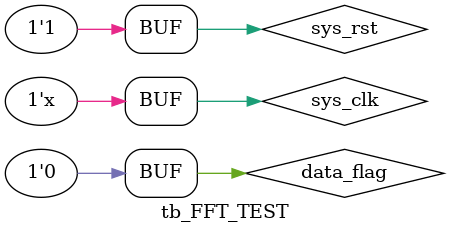
<source format=v>
`timescale 1ns/1ns 
module tb_FFT_TEST();
reg     sys_clk     ;
reg     sys_rst     ;
reg     data_flag   ;



initial     
    begin   
        sys_clk     <=      1'b0;
        sys_rst     <=      1'b0;
        data_flag   <=      1'b0;
        #20     
        sys_rst     <=      1'b1;
        #500
        data_flag   <=      1'b1;
        #20
        data_flag   <=      1'b0;

    
    end 



always #10  sys_clk <=  ~sys_clk    ;



 FFT_TEST   FFT_TEST_inst
(
    .sys_clk   (sys_clk)  ,
    .sys_rst   (sys_rst)  ,
    .data_flag (data_flag)  
);





endmodule 



</source>
